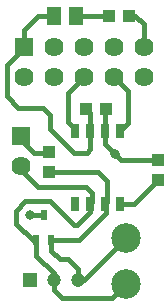
<source format=gbr>
G04 DipTrace 3.2.0.1*
G04 Top.gbr*
%MOMM*%
G04 #@! TF.FileFunction,Copper,L1,Top*
G04 #@! TF.Part,Single*
G04 #@! TA.AperFunction,Conductor*
%ADD14C,0.44*%
%ADD16R,1.1X1.0*%
G04 #@! TA.AperFunction,ComponentPad*
%ADD17C,2.5*%
%ADD19R,0.5X0.85*%
%ADD20R,1.3X1.5*%
G04 #@! TA.AperFunction,ComponentPad*
%ADD21R,1.2X1.2*%
%ADD22C,1.2*%
%ADD23R,1.62X1.62*%
%ADD24C,1.62*%
%ADD25R,1.0X1.1*%
%ADD27R,0.762X1.143*%
G04 #@! TA.AperFunction,ViaPad*
%ADD28C,0.8*%
%FSLAX35Y35*%
G04*
G71*
G90*
G75*
G01*
G04 Top*
%LPD*%
X1500013Y1610000D2*
D14*
X1730000D1*
X1960000Y1840000D1*
Y1924497D1*
X1954877Y1919373D1*
X1720977Y1275813D2*
X1777450D1*
X2131877Y1630240D1*
X1480000Y2190000D2*
X1890000D1*
X1970000Y2110000D1*
Y1934497D1*
X1954877Y1919373D1*
X1720977Y1275813D2*
Y1369023D1*
X1640000Y1450000D1*
X1570000D1*
X1500000Y1520000D1*
Y1609987D1*
X1500013Y1610000D1*
X1520977Y1275813D2*
Y1189023D1*
X1590000Y1120000D1*
X2011637D1*
X2131877Y1240240D1*
X1241877Y2236240D2*
Y2208123D1*
X1390000Y2060000D1*
X1790000D1*
X1840000Y2010000D1*
Y1931497D1*
X1827877Y1919373D1*
X1520977Y1275813D2*
Y1329023D1*
X1370000Y1480000D1*
Y1610000D1*
X1340000D1*
X1200000Y1750000D1*
Y1860000D1*
X1280000Y1940000D1*
X1490000D1*
X1690000Y1740000D1*
X1720000D1*
X1827877Y1847877D1*
Y1919373D1*
X1318123Y1819760D2*
X1434767D1*
X1435007Y1820000D1*
X1954877Y2530240D2*
Y2425123D1*
X2090000Y2290000D1*
X2400000D1*
X1954877Y2530240D2*
Y2717063D1*
X1962503Y2724690D1*
X2160000Y3510000D2*
X2210000D1*
X2280000Y3440000D1*
Y3250000D1*
X2286000Y3244000D1*
X1241877Y2490240D2*
Y2458123D1*
X1350000Y2350000D1*
X1470000D1*
X1480000Y2360000D1*
X2081877Y2530240D2*
Y2531877D1*
X2150000Y2600000D1*
Y2872000D1*
X2032000Y2990000D1*
X1700877Y2530240D2*
Y2549123D1*
X1640000Y2610000D1*
Y2852000D1*
X1778000Y2990000D1*
X1710000Y3510000D2*
X1990000D1*
X2081877Y1919373D2*
X2199373D1*
X2400000Y2120000D1*
X1827877Y2530240D2*
Y2689317D1*
X1792503Y2724690D1*
X1270000Y3244000D2*
Y3240000D1*
X1120000Y3090000D1*
Y2830000D1*
X1220000Y2730000D1*
X1430000D1*
X1490000Y2670000D1*
Y2550000D1*
X1690000Y2350000D1*
X1800000D1*
X1830000Y2380000D1*
Y2528117D1*
X1827877Y2530240D1*
X1270000Y3244000D2*
Y3390000D1*
X1390000Y3510000D1*
X1520000D1*
D28*
X1318123Y1819760D3*
X2040000Y2340000D3*
D16*
X1962503Y2724690D3*
X1792503D3*
D17*
X2131877Y1630240D3*
Y1240240D3*
D19*
X1370000Y1610000D3*
X1500013D3*
X1435007Y1820000D3*
D20*
X1520000Y3510000D3*
X1710000D3*
D21*
X1320977Y1275813D3*
D22*
X1520977D3*
X1720977D3*
D23*
X1241877Y2490240D3*
D24*
Y2236240D3*
X1270000Y2990000D3*
X1524000D3*
X1778000D3*
X2032000D3*
X2286000D3*
Y3244000D3*
X2032000D3*
X1778000D3*
X1524000D3*
D23*
X1270000D3*
D25*
X1480000Y2190000D3*
Y2360000D3*
X2400000Y2120000D3*
Y2290000D3*
D16*
X2160000Y3510000D3*
X1990000D3*
D27*
X2081877Y2530240D3*
X1954877D3*
X1827877D3*
X1700877D3*
Y1919373D3*
X1827877D3*
X1954877D3*
X2081877D3*
M02*

</source>
